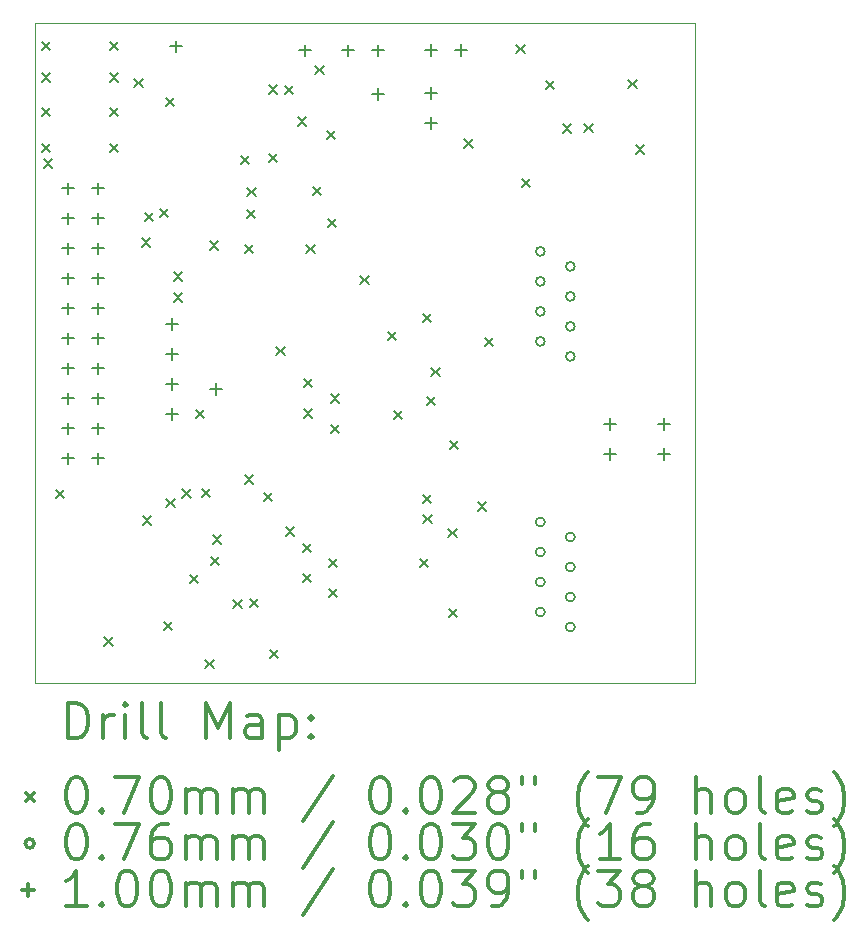
<source format=gbr>
%FSLAX45Y45*%
G04 Gerber Fmt 4.5, Leading zero omitted, Abs format (unit mm)*
G04 Created by KiCad (PCBNEW 5.0.1+dfsg1-2) date Fri 19 Oct 2018 12:08:07 CEST*
%MOMM*%
%LPD*%
G01*
G04 APERTURE LIST*
%ADD10C,0.100000*%
%ADD11C,0.200000*%
%ADD12C,0.300000*%
G04 APERTURE END LIST*
D10*
X8407400Y-5200650D02*
X8407400Y-10788650D01*
X13995400Y-10788650D02*
X8407400Y-10788650D01*
X13995400Y-5200650D02*
X13995400Y-10788650D01*
X8407400Y-5200650D02*
X13995400Y-5200650D01*
D11*
X8466380Y-5365040D02*
X8536380Y-5435040D01*
X8536380Y-5365040D02*
X8466380Y-5435040D01*
X8466380Y-5629200D02*
X8536380Y-5699200D01*
X8536380Y-5629200D02*
X8466380Y-5699200D01*
X8466380Y-5923840D02*
X8536380Y-5993840D01*
X8536380Y-5923840D02*
X8466380Y-5993840D01*
X8466380Y-6223560D02*
X8536380Y-6293560D01*
X8536380Y-6223560D02*
X8466380Y-6293560D01*
X8484222Y-6357376D02*
X8554222Y-6427376D01*
X8554222Y-6357376D02*
X8484222Y-6427376D01*
X8587792Y-9153704D02*
X8657792Y-9223704D01*
X8657792Y-9153704D02*
X8587792Y-9223704D01*
X8996224Y-10404908D02*
X9066224Y-10474908D01*
X9066224Y-10404908D02*
X8996224Y-10474908D01*
X9250732Y-5674920D02*
X9320732Y-5744920D01*
X9320732Y-5674920D02*
X9250732Y-5744920D01*
X9310676Y-7026200D02*
X9380676Y-7096200D01*
X9380676Y-7026200D02*
X9310676Y-7096200D01*
X9319820Y-9380780D02*
X9389820Y-9450780D01*
X9389820Y-9380780D02*
X9319820Y-9450780D01*
X9336584Y-6813856D02*
X9406584Y-6883856D01*
X9406584Y-6813856D02*
X9336584Y-6883856D01*
X9465964Y-6775310D02*
X9535964Y-6845310D01*
X9535964Y-6775310D02*
X9465964Y-6845310D01*
X9502067Y-10272953D02*
X9572067Y-10342953D01*
X9572067Y-10272953D02*
X9502067Y-10342953D01*
X9520480Y-9233460D02*
X9590480Y-9303460D01*
X9590480Y-9233460D02*
X9520480Y-9303460D01*
X9585504Y-7314236D02*
X9655504Y-7384236D01*
X9655504Y-7314236D02*
X9585504Y-7384236D01*
X9587536Y-7491782D02*
X9657536Y-7561782D01*
X9657536Y-7491782D02*
X9587536Y-7561782D01*
X9656624Y-9152688D02*
X9726624Y-9222688D01*
X9726624Y-9152688D02*
X9656624Y-9222688D01*
X9721140Y-9878620D02*
X9791140Y-9948620D01*
X9791140Y-9878620D02*
X9721140Y-9948620D01*
X9770162Y-8481366D02*
X9840162Y-8551366D01*
X9840162Y-8481366D02*
X9770162Y-8551366D01*
X9824772Y-9149176D02*
X9894772Y-9219176D01*
X9894772Y-9149176D02*
X9824772Y-9219176D01*
X9850680Y-10594392D02*
X9920680Y-10664392D01*
X9920680Y-10594392D02*
X9850680Y-10664392D01*
X9888780Y-7052108D02*
X9958780Y-7122108D01*
X9958780Y-7052108D02*
X9888780Y-7122108D01*
X9896400Y-9721140D02*
X9966400Y-9791140D01*
X9966400Y-9721140D02*
X9896400Y-9791140D01*
X9914468Y-9541571D02*
X9984468Y-9611571D01*
X9984468Y-9541571D02*
X9914468Y-9611571D01*
X10089440Y-10084360D02*
X10159440Y-10154360D01*
X10159440Y-10084360D02*
X10089440Y-10154360D01*
X10150908Y-6325160D02*
X10220908Y-6395160D01*
X10220908Y-6325160D02*
X10150908Y-6395160D01*
X10185960Y-7081064D02*
X10255960Y-7151064D01*
X10255960Y-7081064D02*
X10185960Y-7151064D01*
X10185960Y-9032292D02*
X10255960Y-9102292D01*
X10255960Y-9032292D02*
X10185960Y-9102292D01*
X10203232Y-6783376D02*
X10273232Y-6853376D01*
X10273232Y-6783376D02*
X10203232Y-6853376D01*
X10206280Y-6596940D02*
X10276280Y-6666940D01*
X10276280Y-6596940D02*
X10206280Y-6666940D01*
X10225076Y-10081312D02*
X10295076Y-10151312D01*
X10295076Y-10081312D02*
X10225076Y-10151312D01*
X10348520Y-9181136D02*
X10418520Y-9251136D01*
X10418520Y-9181136D02*
X10348520Y-9251136D01*
X10386620Y-5731860D02*
X10456620Y-5801860D01*
X10456620Y-5731860D02*
X10386620Y-5801860D01*
X10521600Y-5734208D02*
X10591600Y-5804208D01*
X10591600Y-5734208D02*
X10521600Y-5804208D01*
X10535972Y-9473236D02*
X10605972Y-9543236D01*
X10605972Y-9473236D02*
X10535972Y-9543236D01*
X10633000Y-6001564D02*
X10703000Y-6071564D01*
X10703000Y-6001564D02*
X10633000Y-6071564D01*
X10706152Y-7082080D02*
X10776152Y-7152080D01*
X10776152Y-7082080D02*
X10706152Y-7152080D01*
X10782846Y-5563505D02*
X10852846Y-5633505D01*
X10852846Y-5563505D02*
X10782846Y-5633505D01*
X10882936Y-6114340D02*
X10952936Y-6184340D01*
X10952936Y-6114340D02*
X10882936Y-6184340D01*
X11397540Y-7819950D02*
X11467540Y-7889950D01*
X11467540Y-7819950D02*
X11397540Y-7889950D01*
X11448340Y-8486700D02*
X11518340Y-8556700D01*
X11518340Y-8486700D02*
X11448340Y-8556700D01*
X11666780Y-9737650D02*
X11736780Y-9807650D01*
X11736780Y-9737650D02*
X11666780Y-9807650D01*
X11690656Y-7663232D02*
X11760656Y-7733232D01*
X11760656Y-7663232D02*
X11690656Y-7733232D01*
X11692180Y-9197900D02*
X11762180Y-9267900D01*
X11762180Y-9197900D02*
X11692180Y-9267900D01*
X11697573Y-9368393D02*
X11767573Y-9438393D01*
X11767573Y-9368393D02*
X11697573Y-9438393D01*
X11727740Y-8366050D02*
X11797740Y-8436050D01*
X11797740Y-8366050D02*
X11727740Y-8436050D01*
X11764316Y-8122718D02*
X11834316Y-8192718D01*
X11834316Y-8122718D02*
X11764316Y-8192718D01*
X11908080Y-9483650D02*
X11978080Y-9553650D01*
X11978080Y-9483650D02*
X11908080Y-9553650D01*
X11915700Y-10165132D02*
X11985700Y-10235132D01*
X11985700Y-10165132D02*
X11915700Y-10235132D01*
X11920272Y-8738160D02*
X11990272Y-8808160D01*
X11990272Y-8738160D02*
X11920272Y-8808160D01*
X12045240Y-6188000D02*
X12115240Y-6258000D01*
X12115240Y-6188000D02*
X12045240Y-6258000D01*
X12155730Y-9261400D02*
X12225730Y-9331400D01*
X12225730Y-9261400D02*
X12155730Y-9331400D01*
X12217452Y-7867956D02*
X12287452Y-7937956D01*
X12287452Y-7867956D02*
X12217452Y-7937956D01*
X12528348Y-6524804D02*
X12598348Y-6594804D01*
X12598348Y-6524804D02*
X12528348Y-6594804D01*
X12733580Y-5695240D02*
X12803580Y-5765240D01*
X12803580Y-5695240D02*
X12733580Y-5765240D01*
X12878360Y-6061000D02*
X12948360Y-6131000D01*
X12948360Y-6061000D02*
X12878360Y-6131000D01*
X13061240Y-6055920D02*
X13131240Y-6125920D01*
X13131240Y-6055920D02*
X13061240Y-6125920D01*
X13433096Y-5686096D02*
X13503096Y-5756096D01*
X13503096Y-5686096D02*
X13433096Y-5756096D01*
X10760000Y-6588050D02*
X10830000Y-6658050D01*
X10830000Y-6588050D02*
X10760000Y-6658050D01*
X13498120Y-6238800D02*
X13568120Y-6308800D01*
X13568120Y-6238800D02*
X13498120Y-6308800D01*
X10914940Y-8347000D02*
X10984940Y-8417000D01*
X10984940Y-8347000D02*
X10914940Y-8417000D01*
X10676180Y-9610650D02*
X10746180Y-9680650D01*
X10746180Y-9610650D02*
X10676180Y-9680650D01*
X9040420Y-6223560D02*
X9110420Y-6293560D01*
X9110420Y-6223560D02*
X9040420Y-6293560D01*
X9040420Y-5365040D02*
X9110420Y-5435040D01*
X9110420Y-5365040D02*
X9040420Y-5435040D01*
X10676180Y-9864650D02*
X10746180Y-9934650D01*
X10746180Y-9864650D02*
X10676180Y-9934650D01*
X10391700Y-6308650D02*
X10461700Y-6378650D01*
X10461700Y-6308650D02*
X10391700Y-6378650D01*
X9040420Y-5923840D02*
X9110420Y-5993840D01*
X9110420Y-5923840D02*
X9040420Y-5993840D01*
X10686340Y-8213650D02*
X10756340Y-8283650D01*
X10756340Y-8213650D02*
X10686340Y-8283650D01*
X11163352Y-7342684D02*
X11233352Y-7412684D01*
X11233352Y-7342684D02*
X11163352Y-7412684D01*
X10452152Y-7947712D02*
X10522152Y-8017712D01*
X10522152Y-7947712D02*
X10452152Y-8017712D01*
X12484660Y-5385360D02*
X12554660Y-5455360D01*
X12554660Y-5385360D02*
X12484660Y-5455360D01*
X9514130Y-5834940D02*
X9584130Y-5904940D01*
X9584130Y-5834940D02*
X9514130Y-5904940D01*
X10686340Y-8474000D02*
X10756340Y-8544000D01*
X10756340Y-8474000D02*
X10686340Y-8544000D01*
X10396780Y-10508540D02*
X10466780Y-10578540D01*
X10466780Y-10508540D02*
X10396780Y-10578540D01*
X10898430Y-9737650D02*
X10968430Y-9807650D01*
X10968430Y-9737650D02*
X10898430Y-9807650D01*
X10887000Y-6861100D02*
X10957000Y-6931100D01*
X10957000Y-6861100D02*
X10887000Y-6931100D01*
X10898430Y-9991650D02*
X10968430Y-10061650D01*
X10968430Y-9991650D02*
X10898430Y-10061650D01*
X10914940Y-8607350D02*
X10984940Y-8677350D01*
X10984940Y-8607350D02*
X10914940Y-8677350D01*
X9040420Y-5629200D02*
X9110420Y-5699200D01*
X9110420Y-5629200D02*
X9040420Y-5699200D01*
X12725300Y-7137400D02*
G75*
G03X12725300Y-7137400I-38000J0D01*
G01*
X12725300Y-7391400D02*
G75*
G03X12725300Y-7391400I-38000J0D01*
G01*
X12725300Y-7645400D02*
G75*
G03X12725300Y-7645400I-38000J0D01*
G01*
X12725300Y-7899400D02*
G75*
G03X12725300Y-7899400I-38000J0D01*
G01*
X12979300Y-7264400D02*
G75*
G03X12979300Y-7264400I-38000J0D01*
G01*
X12979300Y-7518400D02*
G75*
G03X12979300Y-7518400I-38000J0D01*
G01*
X12979300Y-7772400D02*
G75*
G03X12979300Y-7772400I-38000J0D01*
G01*
X12979300Y-8026400D02*
G75*
G03X12979300Y-8026400I-38000J0D01*
G01*
X12725300Y-9428480D02*
G75*
G03X12725300Y-9428480I-38000J0D01*
G01*
X12725300Y-9682480D02*
G75*
G03X12725300Y-9682480I-38000J0D01*
G01*
X12725300Y-9936480D02*
G75*
G03X12725300Y-9936480I-38000J0D01*
G01*
X12725300Y-10190480D02*
G75*
G03X12725300Y-10190480I-38000J0D01*
G01*
X12979300Y-9555480D02*
G75*
G03X12979300Y-9555480I-38000J0D01*
G01*
X12979300Y-9809480D02*
G75*
G03X12979300Y-9809480I-38000J0D01*
G01*
X12979300Y-10063480D02*
G75*
G03X12979300Y-10063480I-38000J0D01*
G01*
X12979300Y-10317480D02*
G75*
G03X12979300Y-10317480I-38000J0D01*
G01*
X11762740Y-5743740D02*
X11762740Y-5843740D01*
X11712740Y-5793740D02*
X11812740Y-5793740D01*
X11762740Y-5997740D02*
X11762740Y-6097740D01*
X11712740Y-6047740D02*
X11812740Y-6047740D01*
X10693400Y-5385600D02*
X10693400Y-5485600D01*
X10643400Y-5435600D02*
X10743400Y-5435600D01*
X11315700Y-5753900D02*
X11315700Y-5853900D01*
X11265700Y-5803900D02*
X11365700Y-5803900D01*
X11061700Y-5385600D02*
X11061700Y-5485600D01*
X11011700Y-5435600D02*
X11111700Y-5435600D01*
X11315700Y-5385600D02*
X11315700Y-5485600D01*
X11265700Y-5435600D02*
X11365700Y-5435600D01*
X11762740Y-5380520D02*
X11762740Y-5480520D01*
X11712740Y-5430520D02*
X11812740Y-5430520D01*
X12016740Y-5380520D02*
X12016740Y-5480520D01*
X11966740Y-5430520D02*
X12066740Y-5430520D01*
X9940544Y-8255292D02*
X9940544Y-8355292D01*
X9890544Y-8305292D02*
X9990544Y-8305292D01*
X8686800Y-6554000D02*
X8686800Y-6654000D01*
X8636800Y-6604000D02*
X8736800Y-6604000D01*
X8686800Y-6808000D02*
X8686800Y-6908000D01*
X8636800Y-6858000D02*
X8736800Y-6858000D01*
X8686800Y-7062000D02*
X8686800Y-7162000D01*
X8636800Y-7112000D02*
X8736800Y-7112000D01*
X8686800Y-7316000D02*
X8686800Y-7416000D01*
X8636800Y-7366000D02*
X8736800Y-7366000D01*
X8686800Y-7570000D02*
X8686800Y-7670000D01*
X8636800Y-7620000D02*
X8736800Y-7620000D01*
X8686800Y-7824000D02*
X8686800Y-7924000D01*
X8636800Y-7874000D02*
X8736800Y-7874000D01*
X8686800Y-8078000D02*
X8686800Y-8178000D01*
X8636800Y-8128000D02*
X8736800Y-8128000D01*
X8686800Y-8332000D02*
X8686800Y-8432000D01*
X8636800Y-8382000D02*
X8736800Y-8382000D01*
X8686800Y-8586000D02*
X8686800Y-8686000D01*
X8636800Y-8636000D02*
X8736800Y-8636000D01*
X8686800Y-8840000D02*
X8686800Y-8940000D01*
X8636800Y-8890000D02*
X8736800Y-8890000D01*
X8940800Y-6554000D02*
X8940800Y-6654000D01*
X8890800Y-6604000D02*
X8990800Y-6604000D01*
X8940800Y-6808000D02*
X8940800Y-6908000D01*
X8890800Y-6858000D02*
X8990800Y-6858000D01*
X8940800Y-7062000D02*
X8940800Y-7162000D01*
X8890800Y-7112000D02*
X8990800Y-7112000D01*
X8940800Y-7316000D02*
X8940800Y-7416000D01*
X8890800Y-7366000D02*
X8990800Y-7366000D01*
X8940800Y-7570000D02*
X8940800Y-7670000D01*
X8890800Y-7620000D02*
X8990800Y-7620000D01*
X8940800Y-7824000D02*
X8940800Y-7924000D01*
X8890800Y-7874000D02*
X8990800Y-7874000D01*
X8940800Y-8078000D02*
X8940800Y-8178000D01*
X8890800Y-8128000D02*
X8990800Y-8128000D01*
X8940800Y-8332000D02*
X8940800Y-8432000D01*
X8890800Y-8382000D02*
X8990800Y-8382000D01*
X8940800Y-8586000D02*
X8940800Y-8686000D01*
X8890800Y-8636000D02*
X8990800Y-8636000D01*
X8940800Y-8840000D02*
X8940800Y-8940000D01*
X8890800Y-8890000D02*
X8990800Y-8890000D01*
X13277850Y-8547900D02*
X13277850Y-8647900D01*
X13227850Y-8597900D02*
X13327850Y-8597900D01*
X13277850Y-8801900D02*
X13277850Y-8901900D01*
X13227850Y-8851900D02*
X13327850Y-8851900D01*
X13736320Y-8550440D02*
X13736320Y-8650440D01*
X13686320Y-8600440D02*
X13786320Y-8600440D01*
X13736320Y-8804440D02*
X13736320Y-8904440D01*
X13686320Y-8854440D02*
X13786320Y-8854440D01*
X9604756Y-5351564D02*
X9604756Y-5451564D01*
X9554756Y-5401564D02*
X9654756Y-5401564D01*
X9570104Y-7699922D02*
X9570104Y-7799922D01*
X9520104Y-7749922D02*
X9620104Y-7749922D01*
X9570104Y-7953922D02*
X9570104Y-8053922D01*
X9520104Y-8003922D02*
X9620104Y-8003922D01*
X9570104Y-8207922D02*
X9570104Y-8307922D01*
X9520104Y-8257922D02*
X9620104Y-8257922D01*
X9570104Y-8461922D02*
X9570104Y-8561922D01*
X9520104Y-8511922D02*
X9620104Y-8511922D01*
D12*
X8688828Y-11259364D02*
X8688828Y-10959364D01*
X8760257Y-10959364D01*
X8803114Y-10973650D01*
X8831686Y-11002222D01*
X8845971Y-11030793D01*
X8860257Y-11087936D01*
X8860257Y-11130793D01*
X8845971Y-11187936D01*
X8831686Y-11216507D01*
X8803114Y-11245079D01*
X8760257Y-11259364D01*
X8688828Y-11259364D01*
X8988828Y-11259364D02*
X8988828Y-11059364D01*
X8988828Y-11116507D02*
X9003114Y-11087936D01*
X9017400Y-11073650D01*
X9045971Y-11059364D01*
X9074543Y-11059364D01*
X9174543Y-11259364D02*
X9174543Y-11059364D01*
X9174543Y-10959364D02*
X9160257Y-10973650D01*
X9174543Y-10987936D01*
X9188828Y-10973650D01*
X9174543Y-10959364D01*
X9174543Y-10987936D01*
X9360257Y-11259364D02*
X9331686Y-11245079D01*
X9317400Y-11216507D01*
X9317400Y-10959364D01*
X9517400Y-11259364D02*
X9488828Y-11245079D01*
X9474543Y-11216507D01*
X9474543Y-10959364D01*
X9860257Y-11259364D02*
X9860257Y-10959364D01*
X9960257Y-11173650D01*
X10060257Y-10959364D01*
X10060257Y-11259364D01*
X10331686Y-11259364D02*
X10331686Y-11102222D01*
X10317400Y-11073650D01*
X10288828Y-11059364D01*
X10231686Y-11059364D01*
X10203114Y-11073650D01*
X10331686Y-11245079D02*
X10303114Y-11259364D01*
X10231686Y-11259364D01*
X10203114Y-11245079D01*
X10188828Y-11216507D01*
X10188828Y-11187936D01*
X10203114Y-11159364D01*
X10231686Y-11145079D01*
X10303114Y-11145079D01*
X10331686Y-11130793D01*
X10474543Y-11059364D02*
X10474543Y-11359364D01*
X10474543Y-11073650D02*
X10503114Y-11059364D01*
X10560257Y-11059364D01*
X10588828Y-11073650D01*
X10603114Y-11087936D01*
X10617400Y-11116507D01*
X10617400Y-11202221D01*
X10603114Y-11230793D01*
X10588828Y-11245079D01*
X10560257Y-11259364D01*
X10503114Y-11259364D01*
X10474543Y-11245079D01*
X10745971Y-11230793D02*
X10760257Y-11245079D01*
X10745971Y-11259364D01*
X10731686Y-11245079D01*
X10745971Y-11230793D01*
X10745971Y-11259364D01*
X10745971Y-11073650D02*
X10760257Y-11087936D01*
X10745971Y-11102222D01*
X10731686Y-11087936D01*
X10745971Y-11073650D01*
X10745971Y-11102222D01*
X8332400Y-11718650D02*
X8402400Y-11788650D01*
X8402400Y-11718650D02*
X8332400Y-11788650D01*
X8745971Y-11589364D02*
X8774543Y-11589364D01*
X8803114Y-11603650D01*
X8817400Y-11617936D01*
X8831686Y-11646507D01*
X8845971Y-11703650D01*
X8845971Y-11775079D01*
X8831686Y-11832221D01*
X8817400Y-11860793D01*
X8803114Y-11875079D01*
X8774543Y-11889364D01*
X8745971Y-11889364D01*
X8717400Y-11875079D01*
X8703114Y-11860793D01*
X8688828Y-11832221D01*
X8674543Y-11775079D01*
X8674543Y-11703650D01*
X8688828Y-11646507D01*
X8703114Y-11617936D01*
X8717400Y-11603650D01*
X8745971Y-11589364D01*
X8974543Y-11860793D02*
X8988828Y-11875079D01*
X8974543Y-11889364D01*
X8960257Y-11875079D01*
X8974543Y-11860793D01*
X8974543Y-11889364D01*
X9088828Y-11589364D02*
X9288828Y-11589364D01*
X9160257Y-11889364D01*
X9460257Y-11589364D02*
X9488828Y-11589364D01*
X9517400Y-11603650D01*
X9531686Y-11617936D01*
X9545971Y-11646507D01*
X9560257Y-11703650D01*
X9560257Y-11775079D01*
X9545971Y-11832221D01*
X9531686Y-11860793D01*
X9517400Y-11875079D01*
X9488828Y-11889364D01*
X9460257Y-11889364D01*
X9431686Y-11875079D01*
X9417400Y-11860793D01*
X9403114Y-11832221D01*
X9388828Y-11775079D01*
X9388828Y-11703650D01*
X9403114Y-11646507D01*
X9417400Y-11617936D01*
X9431686Y-11603650D01*
X9460257Y-11589364D01*
X9688828Y-11889364D02*
X9688828Y-11689364D01*
X9688828Y-11717936D02*
X9703114Y-11703650D01*
X9731686Y-11689364D01*
X9774543Y-11689364D01*
X9803114Y-11703650D01*
X9817400Y-11732221D01*
X9817400Y-11889364D01*
X9817400Y-11732221D02*
X9831686Y-11703650D01*
X9860257Y-11689364D01*
X9903114Y-11689364D01*
X9931686Y-11703650D01*
X9945971Y-11732221D01*
X9945971Y-11889364D01*
X10088828Y-11889364D02*
X10088828Y-11689364D01*
X10088828Y-11717936D02*
X10103114Y-11703650D01*
X10131686Y-11689364D01*
X10174543Y-11689364D01*
X10203114Y-11703650D01*
X10217400Y-11732221D01*
X10217400Y-11889364D01*
X10217400Y-11732221D02*
X10231686Y-11703650D01*
X10260257Y-11689364D01*
X10303114Y-11689364D01*
X10331686Y-11703650D01*
X10345971Y-11732221D01*
X10345971Y-11889364D01*
X10931686Y-11575079D02*
X10674543Y-11960793D01*
X11317400Y-11589364D02*
X11345971Y-11589364D01*
X11374543Y-11603650D01*
X11388828Y-11617936D01*
X11403114Y-11646507D01*
X11417400Y-11703650D01*
X11417400Y-11775079D01*
X11403114Y-11832221D01*
X11388828Y-11860793D01*
X11374543Y-11875079D01*
X11345971Y-11889364D01*
X11317400Y-11889364D01*
X11288828Y-11875079D01*
X11274543Y-11860793D01*
X11260257Y-11832221D01*
X11245971Y-11775079D01*
X11245971Y-11703650D01*
X11260257Y-11646507D01*
X11274543Y-11617936D01*
X11288828Y-11603650D01*
X11317400Y-11589364D01*
X11545971Y-11860793D02*
X11560257Y-11875079D01*
X11545971Y-11889364D01*
X11531686Y-11875079D01*
X11545971Y-11860793D01*
X11545971Y-11889364D01*
X11745971Y-11589364D02*
X11774543Y-11589364D01*
X11803114Y-11603650D01*
X11817400Y-11617936D01*
X11831686Y-11646507D01*
X11845971Y-11703650D01*
X11845971Y-11775079D01*
X11831686Y-11832221D01*
X11817400Y-11860793D01*
X11803114Y-11875079D01*
X11774543Y-11889364D01*
X11745971Y-11889364D01*
X11717400Y-11875079D01*
X11703114Y-11860793D01*
X11688828Y-11832221D01*
X11674543Y-11775079D01*
X11674543Y-11703650D01*
X11688828Y-11646507D01*
X11703114Y-11617936D01*
X11717400Y-11603650D01*
X11745971Y-11589364D01*
X11960257Y-11617936D02*
X11974543Y-11603650D01*
X12003114Y-11589364D01*
X12074543Y-11589364D01*
X12103114Y-11603650D01*
X12117400Y-11617936D01*
X12131686Y-11646507D01*
X12131686Y-11675079D01*
X12117400Y-11717936D01*
X11945971Y-11889364D01*
X12131686Y-11889364D01*
X12303114Y-11717936D02*
X12274543Y-11703650D01*
X12260257Y-11689364D01*
X12245971Y-11660793D01*
X12245971Y-11646507D01*
X12260257Y-11617936D01*
X12274543Y-11603650D01*
X12303114Y-11589364D01*
X12360257Y-11589364D01*
X12388828Y-11603650D01*
X12403114Y-11617936D01*
X12417400Y-11646507D01*
X12417400Y-11660793D01*
X12403114Y-11689364D01*
X12388828Y-11703650D01*
X12360257Y-11717936D01*
X12303114Y-11717936D01*
X12274543Y-11732221D01*
X12260257Y-11746507D01*
X12245971Y-11775079D01*
X12245971Y-11832221D01*
X12260257Y-11860793D01*
X12274543Y-11875079D01*
X12303114Y-11889364D01*
X12360257Y-11889364D01*
X12388828Y-11875079D01*
X12403114Y-11860793D01*
X12417400Y-11832221D01*
X12417400Y-11775079D01*
X12403114Y-11746507D01*
X12388828Y-11732221D01*
X12360257Y-11717936D01*
X12531686Y-11589364D02*
X12531686Y-11646507D01*
X12645971Y-11589364D02*
X12645971Y-11646507D01*
X13088828Y-12003650D02*
X13074543Y-11989364D01*
X13045971Y-11946507D01*
X13031686Y-11917936D01*
X13017400Y-11875079D01*
X13003114Y-11803650D01*
X13003114Y-11746507D01*
X13017400Y-11675079D01*
X13031686Y-11632221D01*
X13045971Y-11603650D01*
X13074543Y-11560793D01*
X13088828Y-11546507D01*
X13174543Y-11589364D02*
X13374543Y-11589364D01*
X13245971Y-11889364D01*
X13503114Y-11889364D02*
X13560257Y-11889364D01*
X13588828Y-11875079D01*
X13603114Y-11860793D01*
X13631686Y-11817936D01*
X13645971Y-11760793D01*
X13645971Y-11646507D01*
X13631686Y-11617936D01*
X13617400Y-11603650D01*
X13588828Y-11589364D01*
X13531686Y-11589364D01*
X13503114Y-11603650D01*
X13488828Y-11617936D01*
X13474543Y-11646507D01*
X13474543Y-11717936D01*
X13488828Y-11746507D01*
X13503114Y-11760793D01*
X13531686Y-11775079D01*
X13588828Y-11775079D01*
X13617400Y-11760793D01*
X13631686Y-11746507D01*
X13645971Y-11717936D01*
X14003114Y-11889364D02*
X14003114Y-11589364D01*
X14131686Y-11889364D02*
X14131686Y-11732221D01*
X14117400Y-11703650D01*
X14088828Y-11689364D01*
X14045971Y-11689364D01*
X14017400Y-11703650D01*
X14003114Y-11717936D01*
X14317400Y-11889364D02*
X14288828Y-11875079D01*
X14274543Y-11860793D01*
X14260257Y-11832221D01*
X14260257Y-11746507D01*
X14274543Y-11717936D01*
X14288828Y-11703650D01*
X14317400Y-11689364D01*
X14360257Y-11689364D01*
X14388828Y-11703650D01*
X14403114Y-11717936D01*
X14417400Y-11746507D01*
X14417400Y-11832221D01*
X14403114Y-11860793D01*
X14388828Y-11875079D01*
X14360257Y-11889364D01*
X14317400Y-11889364D01*
X14588828Y-11889364D02*
X14560257Y-11875079D01*
X14545971Y-11846507D01*
X14545971Y-11589364D01*
X14817400Y-11875079D02*
X14788828Y-11889364D01*
X14731686Y-11889364D01*
X14703114Y-11875079D01*
X14688828Y-11846507D01*
X14688828Y-11732221D01*
X14703114Y-11703650D01*
X14731686Y-11689364D01*
X14788828Y-11689364D01*
X14817400Y-11703650D01*
X14831686Y-11732221D01*
X14831686Y-11760793D01*
X14688828Y-11789364D01*
X14945971Y-11875079D02*
X14974543Y-11889364D01*
X15031686Y-11889364D01*
X15060257Y-11875079D01*
X15074543Y-11846507D01*
X15074543Y-11832221D01*
X15060257Y-11803650D01*
X15031686Y-11789364D01*
X14988828Y-11789364D01*
X14960257Y-11775079D01*
X14945971Y-11746507D01*
X14945971Y-11732221D01*
X14960257Y-11703650D01*
X14988828Y-11689364D01*
X15031686Y-11689364D01*
X15060257Y-11703650D01*
X15174543Y-12003650D02*
X15188828Y-11989364D01*
X15217400Y-11946507D01*
X15231686Y-11917936D01*
X15245971Y-11875079D01*
X15260257Y-11803650D01*
X15260257Y-11746507D01*
X15245971Y-11675079D01*
X15231686Y-11632221D01*
X15217400Y-11603650D01*
X15188828Y-11560793D01*
X15174543Y-11546507D01*
X8402400Y-12149650D02*
G75*
G03X8402400Y-12149650I-38000J0D01*
G01*
X8745971Y-11985364D02*
X8774543Y-11985364D01*
X8803114Y-11999650D01*
X8817400Y-12013936D01*
X8831686Y-12042507D01*
X8845971Y-12099650D01*
X8845971Y-12171079D01*
X8831686Y-12228221D01*
X8817400Y-12256793D01*
X8803114Y-12271079D01*
X8774543Y-12285364D01*
X8745971Y-12285364D01*
X8717400Y-12271079D01*
X8703114Y-12256793D01*
X8688828Y-12228221D01*
X8674543Y-12171079D01*
X8674543Y-12099650D01*
X8688828Y-12042507D01*
X8703114Y-12013936D01*
X8717400Y-11999650D01*
X8745971Y-11985364D01*
X8974543Y-12256793D02*
X8988828Y-12271079D01*
X8974543Y-12285364D01*
X8960257Y-12271079D01*
X8974543Y-12256793D01*
X8974543Y-12285364D01*
X9088828Y-11985364D02*
X9288828Y-11985364D01*
X9160257Y-12285364D01*
X9531686Y-11985364D02*
X9474543Y-11985364D01*
X9445971Y-11999650D01*
X9431686Y-12013936D01*
X9403114Y-12056793D01*
X9388828Y-12113936D01*
X9388828Y-12228221D01*
X9403114Y-12256793D01*
X9417400Y-12271079D01*
X9445971Y-12285364D01*
X9503114Y-12285364D01*
X9531686Y-12271079D01*
X9545971Y-12256793D01*
X9560257Y-12228221D01*
X9560257Y-12156793D01*
X9545971Y-12128221D01*
X9531686Y-12113936D01*
X9503114Y-12099650D01*
X9445971Y-12099650D01*
X9417400Y-12113936D01*
X9403114Y-12128221D01*
X9388828Y-12156793D01*
X9688828Y-12285364D02*
X9688828Y-12085364D01*
X9688828Y-12113936D02*
X9703114Y-12099650D01*
X9731686Y-12085364D01*
X9774543Y-12085364D01*
X9803114Y-12099650D01*
X9817400Y-12128221D01*
X9817400Y-12285364D01*
X9817400Y-12128221D02*
X9831686Y-12099650D01*
X9860257Y-12085364D01*
X9903114Y-12085364D01*
X9931686Y-12099650D01*
X9945971Y-12128221D01*
X9945971Y-12285364D01*
X10088828Y-12285364D02*
X10088828Y-12085364D01*
X10088828Y-12113936D02*
X10103114Y-12099650D01*
X10131686Y-12085364D01*
X10174543Y-12085364D01*
X10203114Y-12099650D01*
X10217400Y-12128221D01*
X10217400Y-12285364D01*
X10217400Y-12128221D02*
X10231686Y-12099650D01*
X10260257Y-12085364D01*
X10303114Y-12085364D01*
X10331686Y-12099650D01*
X10345971Y-12128221D01*
X10345971Y-12285364D01*
X10931686Y-11971079D02*
X10674543Y-12356793D01*
X11317400Y-11985364D02*
X11345971Y-11985364D01*
X11374543Y-11999650D01*
X11388828Y-12013936D01*
X11403114Y-12042507D01*
X11417400Y-12099650D01*
X11417400Y-12171079D01*
X11403114Y-12228221D01*
X11388828Y-12256793D01*
X11374543Y-12271079D01*
X11345971Y-12285364D01*
X11317400Y-12285364D01*
X11288828Y-12271079D01*
X11274543Y-12256793D01*
X11260257Y-12228221D01*
X11245971Y-12171079D01*
X11245971Y-12099650D01*
X11260257Y-12042507D01*
X11274543Y-12013936D01*
X11288828Y-11999650D01*
X11317400Y-11985364D01*
X11545971Y-12256793D02*
X11560257Y-12271079D01*
X11545971Y-12285364D01*
X11531686Y-12271079D01*
X11545971Y-12256793D01*
X11545971Y-12285364D01*
X11745971Y-11985364D02*
X11774543Y-11985364D01*
X11803114Y-11999650D01*
X11817400Y-12013936D01*
X11831686Y-12042507D01*
X11845971Y-12099650D01*
X11845971Y-12171079D01*
X11831686Y-12228221D01*
X11817400Y-12256793D01*
X11803114Y-12271079D01*
X11774543Y-12285364D01*
X11745971Y-12285364D01*
X11717400Y-12271079D01*
X11703114Y-12256793D01*
X11688828Y-12228221D01*
X11674543Y-12171079D01*
X11674543Y-12099650D01*
X11688828Y-12042507D01*
X11703114Y-12013936D01*
X11717400Y-11999650D01*
X11745971Y-11985364D01*
X11945971Y-11985364D02*
X12131686Y-11985364D01*
X12031686Y-12099650D01*
X12074543Y-12099650D01*
X12103114Y-12113936D01*
X12117400Y-12128221D01*
X12131686Y-12156793D01*
X12131686Y-12228221D01*
X12117400Y-12256793D01*
X12103114Y-12271079D01*
X12074543Y-12285364D01*
X11988828Y-12285364D01*
X11960257Y-12271079D01*
X11945971Y-12256793D01*
X12317400Y-11985364D02*
X12345971Y-11985364D01*
X12374543Y-11999650D01*
X12388828Y-12013936D01*
X12403114Y-12042507D01*
X12417400Y-12099650D01*
X12417400Y-12171079D01*
X12403114Y-12228221D01*
X12388828Y-12256793D01*
X12374543Y-12271079D01*
X12345971Y-12285364D01*
X12317400Y-12285364D01*
X12288828Y-12271079D01*
X12274543Y-12256793D01*
X12260257Y-12228221D01*
X12245971Y-12171079D01*
X12245971Y-12099650D01*
X12260257Y-12042507D01*
X12274543Y-12013936D01*
X12288828Y-11999650D01*
X12317400Y-11985364D01*
X12531686Y-11985364D02*
X12531686Y-12042507D01*
X12645971Y-11985364D02*
X12645971Y-12042507D01*
X13088828Y-12399650D02*
X13074543Y-12385364D01*
X13045971Y-12342507D01*
X13031686Y-12313936D01*
X13017400Y-12271079D01*
X13003114Y-12199650D01*
X13003114Y-12142507D01*
X13017400Y-12071079D01*
X13031686Y-12028221D01*
X13045971Y-11999650D01*
X13074543Y-11956793D01*
X13088828Y-11942507D01*
X13360257Y-12285364D02*
X13188828Y-12285364D01*
X13274543Y-12285364D02*
X13274543Y-11985364D01*
X13245971Y-12028221D01*
X13217400Y-12056793D01*
X13188828Y-12071079D01*
X13617400Y-11985364D02*
X13560257Y-11985364D01*
X13531686Y-11999650D01*
X13517400Y-12013936D01*
X13488828Y-12056793D01*
X13474543Y-12113936D01*
X13474543Y-12228221D01*
X13488828Y-12256793D01*
X13503114Y-12271079D01*
X13531686Y-12285364D01*
X13588828Y-12285364D01*
X13617400Y-12271079D01*
X13631686Y-12256793D01*
X13645971Y-12228221D01*
X13645971Y-12156793D01*
X13631686Y-12128221D01*
X13617400Y-12113936D01*
X13588828Y-12099650D01*
X13531686Y-12099650D01*
X13503114Y-12113936D01*
X13488828Y-12128221D01*
X13474543Y-12156793D01*
X14003114Y-12285364D02*
X14003114Y-11985364D01*
X14131686Y-12285364D02*
X14131686Y-12128221D01*
X14117400Y-12099650D01*
X14088828Y-12085364D01*
X14045971Y-12085364D01*
X14017400Y-12099650D01*
X14003114Y-12113936D01*
X14317400Y-12285364D02*
X14288828Y-12271079D01*
X14274543Y-12256793D01*
X14260257Y-12228221D01*
X14260257Y-12142507D01*
X14274543Y-12113936D01*
X14288828Y-12099650D01*
X14317400Y-12085364D01*
X14360257Y-12085364D01*
X14388828Y-12099650D01*
X14403114Y-12113936D01*
X14417400Y-12142507D01*
X14417400Y-12228221D01*
X14403114Y-12256793D01*
X14388828Y-12271079D01*
X14360257Y-12285364D01*
X14317400Y-12285364D01*
X14588828Y-12285364D02*
X14560257Y-12271079D01*
X14545971Y-12242507D01*
X14545971Y-11985364D01*
X14817400Y-12271079D02*
X14788828Y-12285364D01*
X14731686Y-12285364D01*
X14703114Y-12271079D01*
X14688828Y-12242507D01*
X14688828Y-12128221D01*
X14703114Y-12099650D01*
X14731686Y-12085364D01*
X14788828Y-12085364D01*
X14817400Y-12099650D01*
X14831686Y-12128221D01*
X14831686Y-12156793D01*
X14688828Y-12185364D01*
X14945971Y-12271079D02*
X14974543Y-12285364D01*
X15031686Y-12285364D01*
X15060257Y-12271079D01*
X15074543Y-12242507D01*
X15074543Y-12228221D01*
X15060257Y-12199650D01*
X15031686Y-12185364D01*
X14988828Y-12185364D01*
X14960257Y-12171079D01*
X14945971Y-12142507D01*
X14945971Y-12128221D01*
X14960257Y-12099650D01*
X14988828Y-12085364D01*
X15031686Y-12085364D01*
X15060257Y-12099650D01*
X15174543Y-12399650D02*
X15188828Y-12385364D01*
X15217400Y-12342507D01*
X15231686Y-12313936D01*
X15245971Y-12271079D01*
X15260257Y-12199650D01*
X15260257Y-12142507D01*
X15245971Y-12071079D01*
X15231686Y-12028221D01*
X15217400Y-11999650D01*
X15188828Y-11956793D01*
X15174543Y-11942507D01*
X8352400Y-12495650D02*
X8352400Y-12595650D01*
X8302400Y-12545650D02*
X8402400Y-12545650D01*
X8845971Y-12681364D02*
X8674543Y-12681364D01*
X8760257Y-12681364D02*
X8760257Y-12381364D01*
X8731686Y-12424221D01*
X8703114Y-12452793D01*
X8674543Y-12467079D01*
X8974543Y-12652793D02*
X8988828Y-12667079D01*
X8974543Y-12681364D01*
X8960257Y-12667079D01*
X8974543Y-12652793D01*
X8974543Y-12681364D01*
X9174543Y-12381364D02*
X9203114Y-12381364D01*
X9231686Y-12395650D01*
X9245971Y-12409936D01*
X9260257Y-12438507D01*
X9274543Y-12495650D01*
X9274543Y-12567079D01*
X9260257Y-12624221D01*
X9245971Y-12652793D01*
X9231686Y-12667079D01*
X9203114Y-12681364D01*
X9174543Y-12681364D01*
X9145971Y-12667079D01*
X9131686Y-12652793D01*
X9117400Y-12624221D01*
X9103114Y-12567079D01*
X9103114Y-12495650D01*
X9117400Y-12438507D01*
X9131686Y-12409936D01*
X9145971Y-12395650D01*
X9174543Y-12381364D01*
X9460257Y-12381364D02*
X9488828Y-12381364D01*
X9517400Y-12395650D01*
X9531686Y-12409936D01*
X9545971Y-12438507D01*
X9560257Y-12495650D01*
X9560257Y-12567079D01*
X9545971Y-12624221D01*
X9531686Y-12652793D01*
X9517400Y-12667079D01*
X9488828Y-12681364D01*
X9460257Y-12681364D01*
X9431686Y-12667079D01*
X9417400Y-12652793D01*
X9403114Y-12624221D01*
X9388828Y-12567079D01*
X9388828Y-12495650D01*
X9403114Y-12438507D01*
X9417400Y-12409936D01*
X9431686Y-12395650D01*
X9460257Y-12381364D01*
X9688828Y-12681364D02*
X9688828Y-12481364D01*
X9688828Y-12509936D02*
X9703114Y-12495650D01*
X9731686Y-12481364D01*
X9774543Y-12481364D01*
X9803114Y-12495650D01*
X9817400Y-12524221D01*
X9817400Y-12681364D01*
X9817400Y-12524221D02*
X9831686Y-12495650D01*
X9860257Y-12481364D01*
X9903114Y-12481364D01*
X9931686Y-12495650D01*
X9945971Y-12524221D01*
X9945971Y-12681364D01*
X10088828Y-12681364D02*
X10088828Y-12481364D01*
X10088828Y-12509936D02*
X10103114Y-12495650D01*
X10131686Y-12481364D01*
X10174543Y-12481364D01*
X10203114Y-12495650D01*
X10217400Y-12524221D01*
X10217400Y-12681364D01*
X10217400Y-12524221D02*
X10231686Y-12495650D01*
X10260257Y-12481364D01*
X10303114Y-12481364D01*
X10331686Y-12495650D01*
X10345971Y-12524221D01*
X10345971Y-12681364D01*
X10931686Y-12367079D02*
X10674543Y-12752793D01*
X11317400Y-12381364D02*
X11345971Y-12381364D01*
X11374543Y-12395650D01*
X11388828Y-12409936D01*
X11403114Y-12438507D01*
X11417400Y-12495650D01*
X11417400Y-12567079D01*
X11403114Y-12624221D01*
X11388828Y-12652793D01*
X11374543Y-12667079D01*
X11345971Y-12681364D01*
X11317400Y-12681364D01*
X11288828Y-12667079D01*
X11274543Y-12652793D01*
X11260257Y-12624221D01*
X11245971Y-12567079D01*
X11245971Y-12495650D01*
X11260257Y-12438507D01*
X11274543Y-12409936D01*
X11288828Y-12395650D01*
X11317400Y-12381364D01*
X11545971Y-12652793D02*
X11560257Y-12667079D01*
X11545971Y-12681364D01*
X11531686Y-12667079D01*
X11545971Y-12652793D01*
X11545971Y-12681364D01*
X11745971Y-12381364D02*
X11774543Y-12381364D01*
X11803114Y-12395650D01*
X11817400Y-12409936D01*
X11831686Y-12438507D01*
X11845971Y-12495650D01*
X11845971Y-12567079D01*
X11831686Y-12624221D01*
X11817400Y-12652793D01*
X11803114Y-12667079D01*
X11774543Y-12681364D01*
X11745971Y-12681364D01*
X11717400Y-12667079D01*
X11703114Y-12652793D01*
X11688828Y-12624221D01*
X11674543Y-12567079D01*
X11674543Y-12495650D01*
X11688828Y-12438507D01*
X11703114Y-12409936D01*
X11717400Y-12395650D01*
X11745971Y-12381364D01*
X11945971Y-12381364D02*
X12131686Y-12381364D01*
X12031686Y-12495650D01*
X12074543Y-12495650D01*
X12103114Y-12509936D01*
X12117400Y-12524221D01*
X12131686Y-12552793D01*
X12131686Y-12624221D01*
X12117400Y-12652793D01*
X12103114Y-12667079D01*
X12074543Y-12681364D01*
X11988828Y-12681364D01*
X11960257Y-12667079D01*
X11945971Y-12652793D01*
X12274543Y-12681364D02*
X12331686Y-12681364D01*
X12360257Y-12667079D01*
X12374543Y-12652793D01*
X12403114Y-12609936D01*
X12417400Y-12552793D01*
X12417400Y-12438507D01*
X12403114Y-12409936D01*
X12388828Y-12395650D01*
X12360257Y-12381364D01*
X12303114Y-12381364D01*
X12274543Y-12395650D01*
X12260257Y-12409936D01*
X12245971Y-12438507D01*
X12245971Y-12509936D01*
X12260257Y-12538507D01*
X12274543Y-12552793D01*
X12303114Y-12567079D01*
X12360257Y-12567079D01*
X12388828Y-12552793D01*
X12403114Y-12538507D01*
X12417400Y-12509936D01*
X12531686Y-12381364D02*
X12531686Y-12438507D01*
X12645971Y-12381364D02*
X12645971Y-12438507D01*
X13088828Y-12795650D02*
X13074543Y-12781364D01*
X13045971Y-12738507D01*
X13031686Y-12709936D01*
X13017400Y-12667079D01*
X13003114Y-12595650D01*
X13003114Y-12538507D01*
X13017400Y-12467079D01*
X13031686Y-12424221D01*
X13045971Y-12395650D01*
X13074543Y-12352793D01*
X13088828Y-12338507D01*
X13174543Y-12381364D02*
X13360257Y-12381364D01*
X13260257Y-12495650D01*
X13303114Y-12495650D01*
X13331686Y-12509936D01*
X13345971Y-12524221D01*
X13360257Y-12552793D01*
X13360257Y-12624221D01*
X13345971Y-12652793D01*
X13331686Y-12667079D01*
X13303114Y-12681364D01*
X13217400Y-12681364D01*
X13188828Y-12667079D01*
X13174543Y-12652793D01*
X13531686Y-12509936D02*
X13503114Y-12495650D01*
X13488828Y-12481364D01*
X13474543Y-12452793D01*
X13474543Y-12438507D01*
X13488828Y-12409936D01*
X13503114Y-12395650D01*
X13531686Y-12381364D01*
X13588828Y-12381364D01*
X13617400Y-12395650D01*
X13631686Y-12409936D01*
X13645971Y-12438507D01*
X13645971Y-12452793D01*
X13631686Y-12481364D01*
X13617400Y-12495650D01*
X13588828Y-12509936D01*
X13531686Y-12509936D01*
X13503114Y-12524221D01*
X13488828Y-12538507D01*
X13474543Y-12567079D01*
X13474543Y-12624221D01*
X13488828Y-12652793D01*
X13503114Y-12667079D01*
X13531686Y-12681364D01*
X13588828Y-12681364D01*
X13617400Y-12667079D01*
X13631686Y-12652793D01*
X13645971Y-12624221D01*
X13645971Y-12567079D01*
X13631686Y-12538507D01*
X13617400Y-12524221D01*
X13588828Y-12509936D01*
X14003114Y-12681364D02*
X14003114Y-12381364D01*
X14131686Y-12681364D02*
X14131686Y-12524221D01*
X14117400Y-12495650D01*
X14088828Y-12481364D01*
X14045971Y-12481364D01*
X14017400Y-12495650D01*
X14003114Y-12509936D01*
X14317400Y-12681364D02*
X14288828Y-12667079D01*
X14274543Y-12652793D01*
X14260257Y-12624221D01*
X14260257Y-12538507D01*
X14274543Y-12509936D01*
X14288828Y-12495650D01*
X14317400Y-12481364D01*
X14360257Y-12481364D01*
X14388828Y-12495650D01*
X14403114Y-12509936D01*
X14417400Y-12538507D01*
X14417400Y-12624221D01*
X14403114Y-12652793D01*
X14388828Y-12667079D01*
X14360257Y-12681364D01*
X14317400Y-12681364D01*
X14588828Y-12681364D02*
X14560257Y-12667079D01*
X14545971Y-12638507D01*
X14545971Y-12381364D01*
X14817400Y-12667079D02*
X14788828Y-12681364D01*
X14731686Y-12681364D01*
X14703114Y-12667079D01*
X14688828Y-12638507D01*
X14688828Y-12524221D01*
X14703114Y-12495650D01*
X14731686Y-12481364D01*
X14788828Y-12481364D01*
X14817400Y-12495650D01*
X14831686Y-12524221D01*
X14831686Y-12552793D01*
X14688828Y-12581364D01*
X14945971Y-12667079D02*
X14974543Y-12681364D01*
X15031686Y-12681364D01*
X15060257Y-12667079D01*
X15074543Y-12638507D01*
X15074543Y-12624221D01*
X15060257Y-12595650D01*
X15031686Y-12581364D01*
X14988828Y-12581364D01*
X14960257Y-12567079D01*
X14945971Y-12538507D01*
X14945971Y-12524221D01*
X14960257Y-12495650D01*
X14988828Y-12481364D01*
X15031686Y-12481364D01*
X15060257Y-12495650D01*
X15174543Y-12795650D02*
X15188828Y-12781364D01*
X15217400Y-12738507D01*
X15231686Y-12709936D01*
X15245971Y-12667079D01*
X15260257Y-12595650D01*
X15260257Y-12538507D01*
X15245971Y-12467079D01*
X15231686Y-12424221D01*
X15217400Y-12395650D01*
X15188828Y-12352793D01*
X15174543Y-12338507D01*
M02*

</source>
